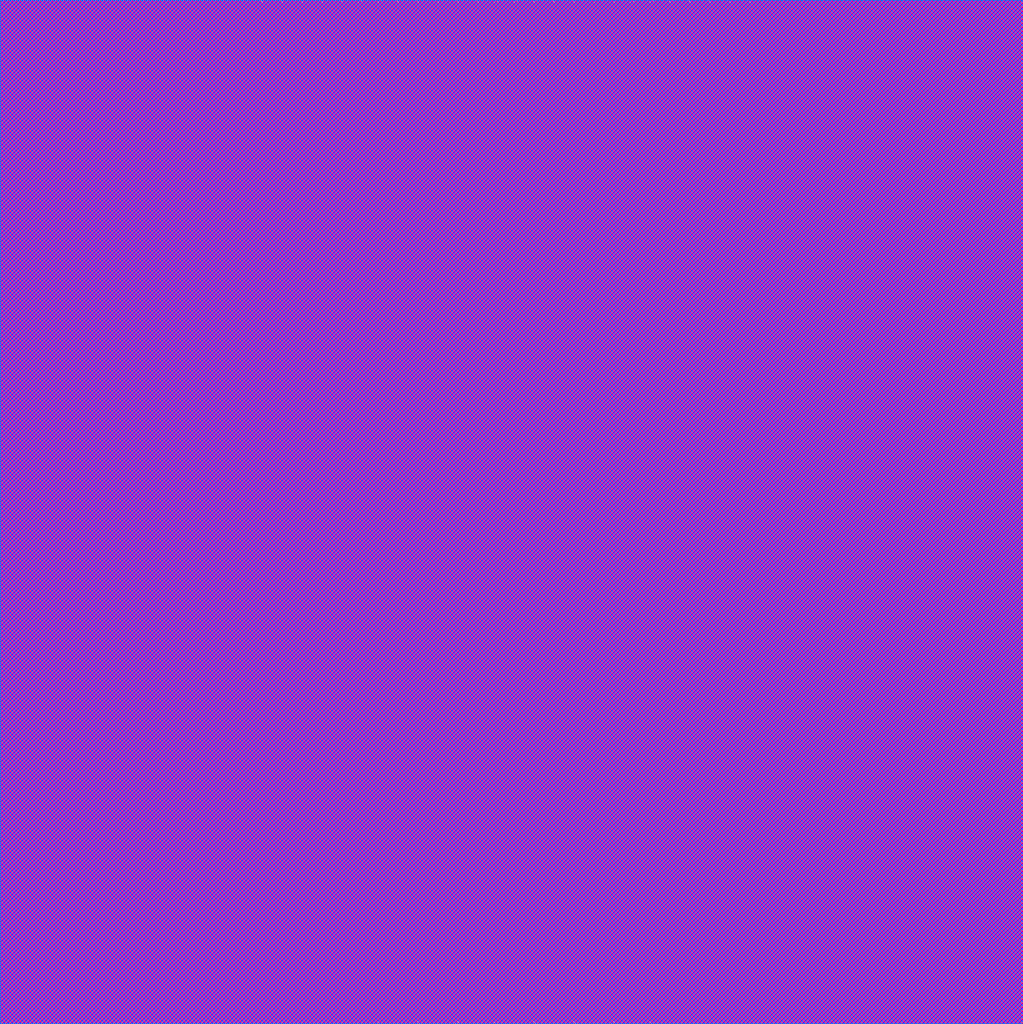
<source format=lef>
##
## LEF for PtnCells ;
## created by Innovus v18.10-p002_1 on Sat Mar 23 14:31:44 2019
##

VERSION 5.5 ;

NAMESCASESENSITIVE ON ;
BUSBITCHARS "[]" ;
DIVIDERCHAR "/" ;

MACRO rgb2gray
  CLASS BLOCK ;
  SIZE 49.970000 BY 49.980000 ;
  FOREIGN rgb2gray 0.000000 0.000000 ;
  ORIGIN 0 0 ;
  SYMMETRY X Y R90 ;
  PIN clk
    DIRECTION INPUT ;
    USE SIGNAL ;
    PORT
      LAYER metal2 ;
        RECT 28.940000 49.910000 29.010000 49.980000 ;
    END
  END clk
  PIN resetn
    DIRECTION INPUT ;
    USE SIGNAL ;
    PORT
      LAYER metal2 ;
        RECT 12.790000 49.910000 12.860000 49.980000 ;
    END
  END resetn
  PIN r[7]
    DIRECTION INPUT ;
    USE SIGNAL ;
    PORT
      LAYER metal2 ;
        RECT 20.390000 49.910000 20.460000 49.980000 ;
    END
  END r[7]
  PIN r[6]
    DIRECTION INPUT ;
    USE SIGNAL ;
    PORT
      LAYER metal2 ;
        RECT 19.440000 49.910000 19.510000 49.980000 ;
    END
  END r[6]
  PIN r[5]
    DIRECTION INPUT ;
    USE SIGNAL ;
    PORT
      LAYER metal2 ;
        RECT 18.490000 49.910000 18.560000 49.980000 ;
    END
  END r[5]
  PIN r[4]
    DIRECTION INPUT ;
    USE SIGNAL ;
    PORT
      LAYER metal2 ;
        RECT 17.540000 49.910000 17.610000 49.980000 ;
    END
  END r[4]
  PIN r[3]
    DIRECTION INPUT ;
    USE SIGNAL ;
    PORT
      LAYER metal2 ;
        RECT 16.590000 49.910000 16.660000 49.980000 ;
    END
  END r[3]
  PIN r[2]
    DIRECTION INPUT ;
    USE SIGNAL ;
    PORT
      LAYER metal2 ;
        RECT 15.640000 49.910000 15.710000 49.980000 ;
    END
  END r[2]
  PIN r[1]
    DIRECTION INPUT ;
    USE SIGNAL ;
    PORT
      LAYER metal2 ;
        RECT 14.690000 49.910000 14.760000 49.980000 ;
    END
  END r[1]
  PIN r[0]
    DIRECTION INPUT ;
    USE SIGNAL ;
    PORT
      LAYER metal2 ;
        RECT 13.740000 49.910000 13.810000 49.980000 ;
    END
  END r[0]
  PIN b[7]
    DIRECTION INPUT ;
    USE SIGNAL ;
    PORT
      LAYER metal2 ;
        RECT 36.540000 49.910000 36.610000 49.980000 ;
    END
  END b[7]
  PIN b[6]
    DIRECTION INPUT ;
    USE SIGNAL ;
    PORT
      LAYER metal2 ;
        RECT 35.590000 49.910000 35.660000 49.980000 ;
    END
  END b[6]
  PIN b[5]
    DIRECTION INPUT ;
    USE SIGNAL ;
    PORT
      LAYER metal2 ;
        RECT 34.640000 49.910000 34.710000 49.980000 ;
    END
  END b[5]
  PIN b[4]
    DIRECTION INPUT ;
    USE SIGNAL ;
    PORT
      LAYER metal2 ;
        RECT 33.690000 49.910000 33.760000 49.980000 ;
    END
  END b[4]
  PIN b[3]
    DIRECTION INPUT ;
    USE SIGNAL ;
    PORT
      LAYER metal2 ;
        RECT 32.740000 49.910000 32.810000 49.980000 ;
    END
  END b[3]
  PIN b[2]
    DIRECTION INPUT ;
    USE SIGNAL ;
    PORT
      LAYER metal2 ;
        RECT 31.790000 49.910000 31.860000 49.980000 ;
    END
  END b[2]
  PIN b[1]
    DIRECTION INPUT ;
    USE SIGNAL ;
    PORT
      LAYER metal2 ;
        RECT 30.840000 49.910000 30.910000 49.980000 ;
    END
  END b[1]
  PIN b[0]
    DIRECTION INPUT ;
    USE SIGNAL ;
    PORT
      LAYER metal2 ;
        RECT 29.890000 49.910000 29.960000 49.980000 ;
    END
  END b[0]
  PIN g[7]
    DIRECTION INPUT ;
    USE SIGNAL ;
    PORT
      LAYER metal2 ;
        RECT 27.990000 49.910000 28.060000 49.980000 ;
    END
  END g[7]
  PIN g[6]
    DIRECTION INPUT ;
    USE SIGNAL ;
    PORT
      LAYER metal2 ;
        RECT 27.040000 49.910000 27.110000 49.980000 ;
    END
  END g[6]
  PIN g[5]
    DIRECTION INPUT ;
    USE SIGNAL ;
    PORT
      LAYER metal2 ;
        RECT 26.090000 49.910000 26.160000 49.980000 ;
    END
  END g[5]
  PIN g[4]
    DIRECTION INPUT ;
    USE SIGNAL ;
    PORT
      LAYER metal2 ;
        RECT 25.140000 49.910000 25.210000 49.980000 ;
    END
  END g[4]
  PIN g[3]
    DIRECTION INPUT ;
    USE SIGNAL ;
    PORT
      LAYER metal2 ;
        RECT 24.190000 49.910000 24.260000 49.980000 ;
    END
  END g[3]
  PIN g[2]
    DIRECTION INPUT ;
    USE SIGNAL ;
    PORT
      LAYER metal2 ;
        RECT 23.240000 49.910000 23.310000 49.980000 ;
    END
  END g[2]
  PIN g[1]
    DIRECTION INPUT ;
    USE SIGNAL ;
    PORT
      LAYER metal2 ;
        RECT 22.290000 49.910000 22.360000 49.980000 ;
    END
  END g[1]
  PIN g[0]
    DIRECTION INPUT ;
    USE SIGNAL ;
    PORT
      LAYER metal2 ;
        RECT 21.340000 49.910000 21.410000 49.980000 ;
    END
  END g[0]
  PIN gray[7]
    DIRECTION OUTPUT ;
    USE SIGNAL ;
    PORT
      LAYER metal2 ;
        RECT 18.490000 0.000000 18.560000 0.070000 ;
    END
  END gray[7]
  PIN gray[6]
    DIRECTION OUTPUT ;
    USE SIGNAL ;
    PORT
      LAYER metal2 ;
        RECT 20.390000 0.000000 20.460000 0.070000 ;
    END
  END gray[6]
  PIN gray[5]
    DIRECTION OUTPUT ;
    USE SIGNAL ;
    PORT
      LAYER metal2 ;
        RECT 22.290000 0.000000 22.360000 0.070000 ;
    END
  END gray[5]
  PIN gray[4]
    DIRECTION OUTPUT ;
    USE SIGNAL ;
    PORT
      LAYER metal2 ;
        RECT 24.190000 0.000000 24.260000 0.070000 ;
    END
  END gray[4]
  PIN gray[3]
    DIRECTION OUTPUT ;
    USE SIGNAL ;
    PORT
      LAYER metal2 ;
        RECT 26.090000 0.000000 26.160000 0.070000 ;
    END
  END gray[3]
  PIN gray[2]
    DIRECTION OUTPUT ;
    USE SIGNAL ;
    PORT
      LAYER metal2 ;
        RECT 27.990000 0.000000 28.060000 0.070000 ;
    END
  END gray[2]
  PIN gray[1]
    DIRECTION OUTPUT ;
    USE SIGNAL ;
    PORT
      LAYER metal2 ;
        RECT 29.890000 0.000000 29.960000 0.070000 ;
    END
  END gray[1]
  PIN gray[0]
    DIRECTION OUTPUT ;
    USE SIGNAL ;
    PORT
      LAYER metal2 ;
        RECT 31.790000 0.000000 31.860000 0.070000 ;
    END
  END gray[0]
  PIN VDD
    DIRECTION INOUT ;
    USE POWER ;
    PORT
      LAYER metal10 ;
        RECT 46.300000 49.180000 47.100000 49.980000 ;
    END
    PORT
      LAYER metal10 ;
        RECT 46.300000 0.000000 47.100000 0.800000 ;
    END
    PORT
      LAYER metal10 ;
        RECT 2.870000 49.180000 3.670000 49.980000 ;
    END
    PORT
      LAYER metal10 ;
        RECT 2.870000 0.000000 3.670000 0.800000 ;
    END
  END VDD
  PIN VSS
    DIRECTION INOUT ;
    USE GROUND ;
    PORT
      LAYER metal10 ;
        RECT 47.900000 49.180000 48.700000 49.980000 ;
    END
    PORT
      LAYER metal10 ;
        RECT 47.900000 0.000000 48.700000 0.800000 ;
    END
    PORT
      LAYER metal10 ;
        RECT 1.270000 49.180000 2.070000 49.980000 ;
    END
    PORT
      LAYER metal10 ;
        RECT 1.270000 0.000000 2.070000 0.800000 ;
    END
  END VSS
  OBS
    LAYER metal1 ;
      RECT 0.000000 0.000000 49.970000 49.980000 ;
    LAYER metal2 ;
      RECT 36.680000 49.840000 49.970000 49.980000 ;
      RECT 35.730000 49.840000 36.470000 49.980000 ;
      RECT 34.780000 49.840000 35.520000 49.980000 ;
      RECT 33.830000 49.840000 34.570000 49.980000 ;
      RECT 32.880000 49.840000 33.620000 49.980000 ;
      RECT 31.930000 49.840000 32.670000 49.980000 ;
      RECT 30.980000 49.840000 31.720000 49.980000 ;
      RECT 30.030000 49.840000 30.770000 49.980000 ;
      RECT 29.080000 49.840000 29.820000 49.980000 ;
      RECT 28.130000 49.840000 28.870000 49.980000 ;
      RECT 27.180000 49.840000 27.920000 49.980000 ;
      RECT 26.230000 49.840000 26.970000 49.980000 ;
      RECT 25.280000 49.840000 26.020000 49.980000 ;
      RECT 24.330000 49.840000 25.070000 49.980000 ;
      RECT 23.380000 49.840000 24.120000 49.980000 ;
      RECT 22.430000 49.840000 23.170000 49.980000 ;
      RECT 21.480000 49.840000 22.220000 49.980000 ;
      RECT 20.530000 49.840000 21.270000 49.980000 ;
      RECT 19.580000 49.840000 20.320000 49.980000 ;
      RECT 18.630000 49.840000 19.370000 49.980000 ;
      RECT 17.680000 49.840000 18.420000 49.980000 ;
      RECT 16.730000 49.840000 17.470000 49.980000 ;
      RECT 15.780000 49.840000 16.520000 49.980000 ;
      RECT 14.830000 49.840000 15.570000 49.980000 ;
      RECT 13.880000 49.840000 14.620000 49.980000 ;
      RECT 12.930000 49.840000 13.670000 49.980000 ;
      RECT 0.000000 49.840000 12.720000 49.980000 ;
      RECT 0.000000 0.140000 49.970000 49.840000 ;
      RECT 31.930000 0.000000 49.970000 0.140000 ;
      RECT 30.030000 0.000000 31.720000 0.140000 ;
      RECT 28.130000 0.000000 29.820000 0.140000 ;
      RECT 26.230000 0.000000 27.920000 0.140000 ;
      RECT 24.330000 0.000000 26.020000 0.140000 ;
      RECT 22.430000 0.000000 24.120000 0.140000 ;
      RECT 20.530000 0.000000 22.220000 0.140000 ;
      RECT 18.630000 0.000000 20.320000 0.140000 ;
      RECT 0.000000 0.000000 18.420000 0.140000 ;
    LAYER metal3 ;
      RECT 0.000000 0.000000 49.970000 49.980000 ;
    LAYER metal4 ;
      RECT 0.000000 0.000000 49.970000 49.980000 ;
    LAYER metal5 ;
      RECT 0.000000 0.000000 49.970000 49.980000 ;
    LAYER metal6 ;
      RECT 0.000000 0.000000 49.970000 49.980000 ;
    LAYER metal7 ;
      RECT 0.000000 0.000000 49.970000 49.980000 ;
    LAYER metal8 ;
      RECT 0.000000 0.000000 49.970000 49.980000 ;
    LAYER metal9 ;
      RECT 0.000000 0.000000 49.970000 49.980000 ;
    LAYER metal10 ;
      RECT 49.500000 48.380000 49.970000 49.980000 ;
      RECT 4.470000 48.380000 45.500000 49.980000 ;
      RECT 0.000000 48.380000 0.470000 49.980000 ;
      RECT 0.000000 1.600000 49.970000 48.380000 ;
      RECT 49.500000 0.000000 49.970000 1.600000 ;
      RECT 4.470000 0.000000 45.500000 1.600000 ;
      RECT 0.000000 0.000000 0.470000 1.600000 ;
  END
END rgb2gray

END LIBRARY

</source>
